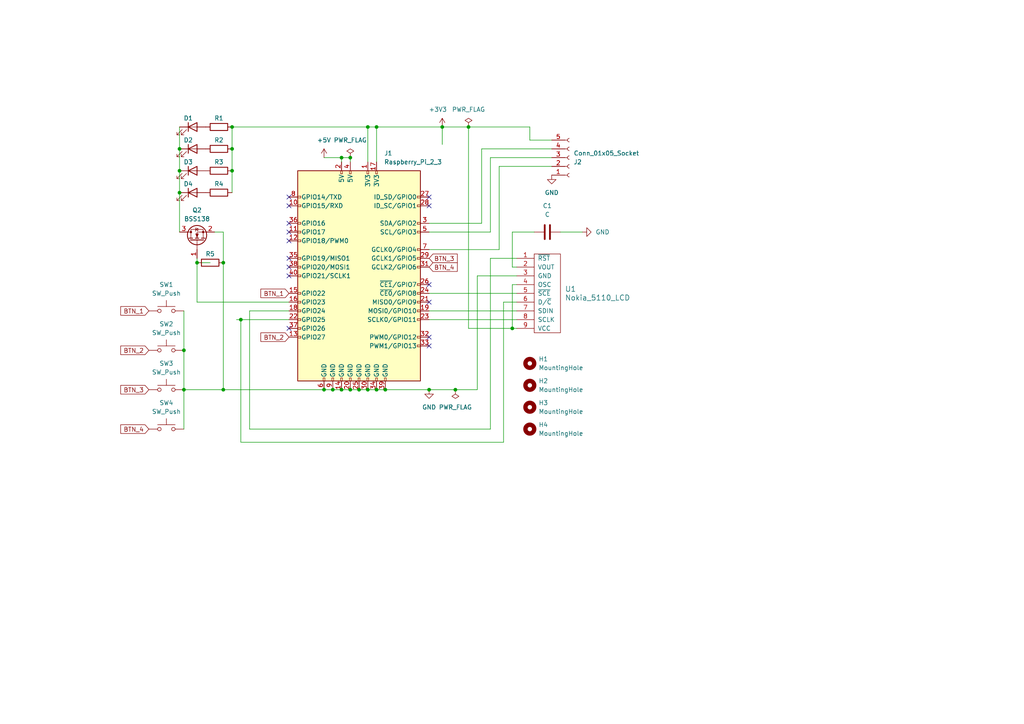
<source format=kicad_sch>
(kicad_sch (version 20231120) (generator "eeschema") (generator_version "8.0")
  (paper "A4")
  (lib_symbols
    (symbol "Connector:Conn_01x05_Socket" (pin_names (offset 1.016) hide)
      (property "Reference" "J" (at 0 7.62 0))
      (property "Value" "Conn_01x05_Socket" (at 0 -7.62 0))
      (symbol "Conn_01x05_Socket_1_1"
        (arc (start 0 -4.572) (mid -0.5058 -5.08) (end 0 -5.588) (stroke (width 0.1524)))
        (arc (start 0 -2.032) (mid -0.5058 -2.54) (end 0 -3.048) (stroke (width 0.1524)))
        (polyline (pts (xy -1.27 -5.08) (xy -0.508 -5.08)) (stroke (width 0.1524)))
        (polyline (pts (xy -1.27 -2.54) (xy -0.508 -2.54)) (stroke (width 0.1524)))
        (polyline (pts (xy -1.27 0) (xy -0.508 0)) (stroke (width 0.1524)))
        (polyline (pts (xy -1.27 2.54) (xy -0.508 2.54)) (stroke (width 0.1524)))
        (polyline (pts (xy -1.27 5.08) (xy -0.508 5.08)) (stroke (width 0.1524)))
        (arc (start 0 0.508) (mid -0.5058 0) (end 0 -0.508) (stroke (width 0.1524)))
        (arc (start 0 3.048) (mid -0.5058 2.54) (end 0 2.032) (stroke (width 0.1524)))
        (arc (start 0 5.588) (mid -0.5058 5.08) (end 0 4.572) (stroke (width 0.1524)))
        (pin passive line (at -5.08 5.08 0) (length 3.81) (name "Pin_1") (number "1"))
        (pin passive line (at -5.08 2.54 0) (length 3.81) (name "Pin_2") (number "2"))
        (pin passive line (at -5.08 0 0) (length 3.81) (name "Pin_3") (number "3"))
        (pin passive line (at -5.08 -2.54 0) (length 3.81) (name "Pin_4") (number "4"))
        (pin passive line (at -5.08 -5.08 0) (length 3.81) (name "Pin_5") (number "5"))
      )
    )
    (symbol "Connector:Raspberry_Pi_2_3" (pin_names (offset 1.016))
      (property "Reference" "J" (at -17.78 31.75 0))
      (property "Value" "Raspberry_Pi_2_3" (at 10.16 -31.75 0))
      (symbol "Raspberry_Pi_2_3_0_1"
        (rectangle (start -17.78 30.48) (end 17.78 -30.48) (stroke (width 0.254)) (fill (type background)))
      )
      (symbol "Raspberry_Pi_2_3_1_1"
        (rectangle (start -16.891 -17.526) (end -17.78 -18.034))
        (rectangle (start -16.891 -14.986) (end -17.78 -15.494))
        (rectangle (start -16.891 -12.446) (end -17.78 -12.954))
        (rectangle (start -16.891 -9.906) (end -17.78 -10.414))
        (rectangle (start -16.891 -7.366) (end -17.78 -7.874))
        (rectangle (start -16.891 -4.826) (end -17.78 -5.334))
        (rectangle (start -16.891 0.254) (end -17.78 -0.254))
        (rectangle (start -16.891 2.794) (end -17.78 2.286))
        (rectangle (start -16.891 5.334) (end -17.78 4.826))
        (rectangle (start -16.891 10.414) (end -17.78 9.906))
        (rectangle (start -16.891 12.954) (end -17.78 12.446))
        (rectangle (start -16.891 15.494) (end -17.78 14.986))
        (rectangle (start -16.891 20.574) (end -17.78 20.066))
        (rectangle (start -16.891 23.114) (end -17.78 22.606))
        (rectangle (start -10.414 -29.591) (end -9.906 -30.48))
        (rectangle (start -7.874 -29.591) (end -7.366 -30.48))
        (rectangle (start -5.334 -29.591) (end -4.826 -30.48))
        (rectangle (start -5.334 30.48) (end -4.826 29.591))
        (rectangle (start -2.794 -29.591) (end -2.286 -30.48))
        (rectangle (start -2.794 30.48) (end -2.286 29.591))
        (rectangle (start -0.254 -29.591) (end 0.254 -30.48))
        (rectangle (start 2.286 -29.591) (end 2.794 -30.48))
        (rectangle (start 2.286 30.48) (end 2.794 29.591))
        (rectangle (start 4.826 -29.591) (end 5.334 -30.48))
        (rectangle (start 4.826 30.48) (end 5.334 29.591))
        (rectangle (start 7.366 -29.591) (end 7.874 -30.48))
        (rectangle (start 17.78 -20.066) (end 16.891 -20.574))
        (rectangle (start 17.78 -17.526) (end 16.891 -18.034))
        (rectangle (start 17.78 -12.446) (end 16.891 -12.954))
        (rectangle (start 17.78 -9.906) (end 16.891 -10.414))
        (rectangle (start 17.78 -7.366) (end 16.891 -7.874))
        (rectangle (start 17.78 -4.826) (end 16.891 -5.334))
        (rectangle (start 17.78 -2.286) (end 16.891 -2.794))
        (rectangle (start 17.78 2.794) (end 16.891 2.286))
        (rectangle (start 17.78 5.334) (end 16.891 4.826))
        (rectangle (start 17.78 7.874) (end 16.891 7.366))
        (rectangle (start 17.78 12.954) (end 16.891 12.446))
        (rectangle (start 17.78 15.494) (end 16.891 14.986))
        (rectangle (start 17.78 20.574) (end 16.891 20.066))
        (rectangle (start 17.78 23.114) (end 16.891 22.606))
        (pin power_in line (at 2.54 33.02 270) (length 2.54) (name "3V3") (number "1"))
        (pin bidirectional line (at -20.32 20.32 0) (length 2.54) (name "GPIO15/RXD") (number "10"))
        (pin bidirectional line (at -20.32 12.7 0) (length 2.54) (name "GPIO17") (number "11"))
        (pin bidirectional line (at -20.32 10.16 0) (length 2.54) (name "GPIO18/PWM0") (number "12"))
        (pin bidirectional line (at -20.32 -17.78 0) (length 2.54) (name "GPIO27") (number "13"))
        (pin power_in line (at -5.08 -33.02 90) (length 2.54) (name "GND") (number "14"))
        (pin bidirectional line (at -20.32 -5.08 0) (length 2.54) (name "GPIO22") (number "15"))
        (pin bidirectional line (at -20.32 -7.62 0) (length 2.54) (name "GPIO23") (number "16"))
        (pin power_in line (at 5.08 33.02 270) (length 2.54) (name "3V3") (number "17"))
        (pin bidirectional line (at -20.32 -10.16 0) (length 2.54) (name "GPIO24") (number "18"))
        (pin bidirectional line (at 20.32 -10.16 180) (length 2.54) (name "MOSI0/GPIO10") (number "19"))
        (pin power_in line (at -5.08 33.02 270) (length 2.54) (name "5V") (number "2"))
        (pin power_in line (at -2.54 -33.02 90) (length 2.54) (name "GND") (number "20"))
        (pin bidirectional line (at 20.32 -7.62 180) (length 2.54) (name "MISO0/GPIO9") (number "21"))
        (pin bidirectional line (at -20.32 -12.7 0) (length 2.54) (name "GPIO25") (number "22"))
        (pin bidirectional line (at 20.32 -12.7 180) (length 2.54) (name "SCLK0/GPIO11") (number "23"))
        (pin bidirectional line (at 20.32 -5.08 180) (length 2.54) (name "~{CE0}/GPIO8") (number "24"))
        (pin power_in line (at 0 -33.02 90) (length 2.54) (name "GND") (number "25"))
        (pin bidirectional line (at 20.32 -2.54 180) (length 2.54) (name "~{CE1}/GPIO7") (number "26"))
        (pin bidirectional line (at 20.32 22.86 180) (length 2.54) (name "ID_SD/GPIO0") (number "27"))
        (pin bidirectional line (at 20.32 20.32 180) (length 2.54) (name "ID_SC/GPIO1") (number "28"))
        (pin bidirectional line (at 20.32 5.08 180) (length 2.54) (name "GCLK1/GPIO5") (number "29"))
        (pin bidirectional line (at 20.32 15.24 180) (length 2.54) (name "SDA/GPIO2") (number "3"))
        (pin power_in line (at 2.54 -33.02 90) (length 2.54) (name "GND") (number "30"))
        (pin bidirectional line (at 20.32 2.54 180) (length 2.54) (name "GCLK2/GPIO6") (number "31"))
        (pin bidirectional line (at 20.32 -17.78 180) (length 2.54) (name "PWM0/GPIO12") (number "32"))
        (pin bidirectional line (at 20.32 -20.32 180) (length 2.54) (name "PWM1/GPIO13") (number "33"))
        (pin power_in line (at 5.08 -33.02 90) (length 2.54) (name "GND") (number "34"))
        (pin bidirectional line (at -20.32 5.08 0) (length 2.54) (name "GPIO19/MISO1") (number "35"))
        (pin bidirectional line (at -20.32 15.24 0) (length 2.54) (name "GPIO16") (number "36"))
        (pin bidirectional line (at -20.32 -15.24 0) (length 2.54) (name "GPIO26") (number "37"))
        (pin bidirectional line (at -20.32 2.54 0) (length 2.54) (name "GPIO20/MOSI1") (number "38"))
        (pin power_in line (at 7.62 -33.02 90) (length 2.54) (name "GND") (number "39"))
        (pin power_in line (at -2.54 33.02 270) (length 2.54) (name "5V") (number "4"))
        (pin bidirectional line (at -20.32 0 0) (length 2.54) (name "GPIO21/SCLK1") (number "40"))
        (pin bidirectional line (at 20.32 12.7 180) (length 2.54) (name "SCL/GPIO3") (number "5"))
        (pin power_in line (at -10.16 -33.02 90) (length 2.54) (name "GND") (number "6"))
        (pin bidirectional line (at 20.32 7.62 180) (length 2.54) (name "GCLK0/GPIO4") (number "7"))
        (pin bidirectional line (at -20.32 22.86 0) (length 2.54) (name "GPIO14/TXD") (number "8"))
        (pin power_in line (at -7.62 -33.02 90) (length 2.54) (name "GND") (number "9"))
      )
    )
    (symbol "Device:C" (pin_numbers hide) (pin_names (offset 0.254))
      (property "Reference" "C" (at 0.635 2.54 0))
      (property "Value" "C" (at 0.635 -2.54 0))
      (symbol "C_0_1"
        (polyline (pts (xy -2.032 -0.762) (xy 2.032 -0.762)) (stroke (width 0.508)))
        (polyline (pts (xy -2.032 0.762) (xy 2.032 0.762)) (stroke (width 0.508)))
      )
      (symbol "C_1_1"
        (pin passive line (at 0 3.81 270) (length 2.794) (name "~") (number "1"))
        (pin passive line (at 0 -3.81 90) (length 2.794) (name "~") (number "2"))
      )
    )
    (symbol "Device:LED" (pin_numbers hide) (pin_names (offset 1.016) hide)
      (property "Reference" "D" (at 0 2.54 0))
      (property "Value" "LED" (at 0 -2.54 0))
      (symbol "LED_0_1"
        (polyline (pts (xy -1.27 -1.27) (xy -1.27 1.27)) (stroke (width 0.254)))
        (polyline (pts (xy -1.27 0) (xy 1.27 0)))
        (polyline (pts (xy 1.27 -1.27) (xy 1.27 1.27) (xy -1.27 0) (xy 1.27 -1.27)) (stroke (width 0.254)))
        (polyline (pts (xy -3.048 -0.762) (xy -4.572 -2.286) (xy -3.81 -2.286) (xy -4.572 -2.286) (xy -4.572 -1.524)))
        (polyline (pts (xy -1.778 -0.762) (xy -3.302 -2.286) (xy -2.54 -2.286) (xy -3.302 -2.286) (xy -3.302 -1.524)))
      )
      (symbol "LED_1_1"
        (pin passive line (at -3.81 0 0) (length 2.54) (name "K") (number "1"))
        (pin passive line (at 3.81 0 180) (length 2.54) (name "A") (number "2"))
      )
    )
    (symbol "Device:R" (pin_numbers hide) (pin_names (offset 0))
      (property "Reference" "R" (at 2.032 0 90))
      (property "Value" "R" (at 0 0 90))
      (symbol "R_0_1"
        (rectangle (start -1.016 -2.54) (end 1.016 2.54) (stroke (width 0.254)))
      )
      (symbol "R_1_1"
        (pin passive line (at 0 3.81 270) (length 1.27) (name "~") (number "1"))
        (pin passive line (at 0 -3.81 90) (length 1.27) (name "~") (number "2"))
      )
    )
    (symbol "Display_Graphic:Nokia_5110_LCD" (pin_names (offset 1.016))
      (property "Reference" "U" (at 0 -13.97 0))
      (property "Value" "Nokia_5110_LCD" (at 6.35 0 90))
      (symbol "Nokia_5110_LCD_0_1"
        (rectangle (start -3.81 11.43) (end 3.81 -11.43))
      )
      (symbol "Nokia_5110_LCD_1_1"
        (pin passive line (at -8.89 10.16 0) (length 5.08) (name "~{RST}") (number "1"))
        (pin passive line (at -8.89 7.62 0) (length 5.08) (name "VOUT") (number "2"))
        (pin power_in line (at -8.89 5.08 0) (length 5.08) (name "GND") (number "3"))
        (pin passive line (at -8.89 2.54 0) (length 5.08) (name "OSC") (number "4"))
        (pin passive line (at -8.89 0 0) (length 5.08) (name "~{SCE}") (number "5"))
        (pin passive line (at -8.89 -2.54 0) (length 5.08) (name "D/~{C}") (number "6"))
        (pin passive line (at -8.89 -5.08 0) (length 5.08) (name "SDIN") (number "7"))
        (pin passive line (at -8.89 -7.62 0) (length 5.08) (name "SCLK") (number "8"))
        (pin power_in line (at -8.89 -10.16 0) (length 5.08) (name "VCC") (number "9"))
      )
    )
    (symbol "GND_1" (power) (pin_numbers hide) (pin_names (offset 0) hide)
      (property "Value" "GND" (at 0 -3.81 0))
      (symbol "GND_1_0_1"
        (polyline (pts (xy 0 0) (xy 0 -1.27) (xy 1.27 -1.27) (xy 0 -2.54) (xy -1.27 -1.27) (xy 0 -1.27)))
      )
      (symbol "GND_1_1_1"
        (pin power_in line (at 0 0 270) (length 0) (name "~") (number "1"))
      )
    )
    (symbol "Mechanical:MountingHole" (pin_names (offset 1.016))
      (property "Reference" "H" (at 0 5.08 0))
      (property "Value" "MountingHole" (at 0 3.175 0))
      (symbol "MountingHole_0_1"
        (circle (center 0 0) (radius 1.27) (stroke (width 1.27)))
      )
    )
    (symbol "Switch:SW_Push" (pin_numbers hide) (pin_names (offset 1.016) hide)
      (property "Reference" "SW" (at 1.27 2.54 0))
      (property "Value" "SW_Push" (at 0 -1.524 0))
      (symbol "SW_Push_0_1"
        (circle (center -2.032 0) (radius 0.508))
        (polyline (pts (xy 0 1.27) (xy 0 3.048)))
        (polyline (pts (xy 2.54 1.27) (xy -2.54 1.27)))
        (circle (center 2.032 0) (radius 0.508))
        (pin passive line (at -5.08 0 0) (length 2.54) (name "1") (number "1"))
        (pin passive line (at 5.08 0 180) (length 2.54) (name "2") (number "2"))
      )
    )
    (symbol "Transistor_FET:BSS138" (pin_names hide)
      (property "Reference" "Q" (at 5.08 1.905 0))
      (property "Value" "BSS138" (at 5.08 0 0))
      (symbol "BSS138_0_1"
        (polyline (pts (xy 0.254 0) (xy -2.54 0)))
        (polyline (pts (xy 0.254 1.905) (xy 0.254 -1.905)) (stroke (width 0.254)))
        (polyline (pts (xy 0.762 -1.27) (xy 0.762 -2.286)) (stroke (width 0.254)))
        (polyline (pts (xy 0.762 0.508) (xy 0.762 -0.508)) (stroke (width 0.254)))
        (polyline (pts (xy 0.762 2.286) (xy 0.762 1.27)) (stroke (width 0.254)))
        (polyline (pts (xy 2.54 2.54) (xy 2.54 1.778)))
        (polyline (pts (xy 2.54 -2.54) (xy 2.54 0) (xy 0.762 0)))
        (polyline (pts (xy 0.762 -1.778) (xy 3.302 -1.778) (xy 3.302 1.778) (xy 0.762 1.778)))
        (polyline (pts (xy 1.016 0) (xy 2.032 0.381) (xy 2.032 -0.381) (xy 1.016 0)) (fill (type outline)))
        (polyline (pts (xy 2.794 0.508) (xy 2.921 0.381) (xy 3.683 0.381) (xy 3.81 0.254)))
        (polyline (pts (xy 3.302 0.381) (xy 2.921 -0.254) (xy 3.683 -0.254) (xy 3.302 0.381)))
        (circle (center 1.651 0) (radius 2.794) (stroke (width 0.254)))
        (circle (center 2.54 -1.778) (radius 0.254) (fill (type outline)))
        (circle (center 2.54 1.778) (radius 0.254) (fill (type outline)))
      )
      (symbol "BSS138_1_1"
        (pin input line (at -5.08 0 0) (length 2.54) (name "G") (number "1"))
        (pin passive line (at 2.54 -5.08 90) (length 2.54) (name "S") (number "2"))
        (pin passive line (at 2.54 5.08 270) (length 2.54) (name "D") (number "3"))
      )
    )
    (symbol "power:+3V3" (power) (pin_names (offset 0))
      (property "Value" "+3V3" (at 0 3.556 0))
      (symbol "+3V3_0_1"
        (polyline (pts (xy -0.762 1.27) (xy 0 2.54)))
        (polyline (pts (xy 0 0) (xy 0 2.54)))
        (polyline (pts (xy 0 2.54) (xy 0.762 1.27)))
      )
      (symbol "+3V3_1_1"
        (pin power_in line (at 0 0 90) (length 0) hide (name "+3V3") (number "1"))
      )
    )
    (symbol "power:+5V" (power) (pin_names (offset 0))
      (property "Value" "+5V" (at 0 3.556 0))
      (symbol "+5V_0_1"
        (polyline (pts (xy -0.762 1.27) (xy 0 2.54)))
        (polyline (pts (xy 0 0) (xy 0 2.54)))
        (polyline (pts (xy 0 2.54) (xy 0.762 1.27)))
      )
      (symbol "+5V_1_1"
        (pin power_in line (at 0 0 90) (length 0) hide (name "+5V") (number "1"))
      )
    )
    (symbol "power:GND" (power) (pin_names (offset 0))
      (property "Value" "GND" (at 0 -3.81 0))
      (symbol "GND_0_1"
        (polyline (pts (xy 0 0) (xy 0 -1.27) (xy 1.27 -1.27) (xy 0 -2.54) (xy -1.27 -1.27) (xy 0 -1.27)))
      )
      (symbol "GND_1_1"
        (pin power_in line (at 0 0 270) (length 0) hide (name "GND") (number "1"))
      )
    )
    (symbol "power:PWR_FLAG" (power) (pin_numbers hide) (pin_names (offset 0) hide)
      (property "Value" "PWR_FLAG" (at 0 3.81 0))
      (symbol "PWR_FLAG_0_0"
        (pin power_out line (at 0 0 90) (length 0) (name "pwr") (number "1"))
      )
      (symbol "PWR_FLAG_0_1"
        (polyline (pts (xy 0 0) (xy 0 1.27) (xy -1.016 1.905) (xy 0 2.54) (xy 1.016 1.905) (xy 0 1.27)))
      )
    )
  )
  (junction (at 52.07 49.53))
  (junction (at 101.6 113.03))
  (junction (at 106.68 36.83))
  (junction (at 64.77 76.2))
  (junction (at 128.27 36.83))
  (junction (at 99.06 45.72))
  (junction (at 52.07 55.88))
  (junction (at 64.77 113.03))
  (junction (at 67.31 36.83))
  (junction (at 109.22 36.83))
  (junction (at 69.85 92.71))
  (junction (at 106.68 113.03))
  (junction (at 53.34 113.03))
  (junction (at 96.52 113.03))
  (junction (at 104.14 113.03))
  (junction (at 57.15 76.2))
  (junction (at 99.06 113.03))
  (junction (at 132.08 113.03))
  (junction (at 148.59 95.25))
  (junction (at 111.76 113.03))
  (junction (at 52.07 43.18))
  (junction (at 109.22 113.03))
  (junction (at 93.98 113.03))
  (junction (at 67.31 43.18))
  (junction (at 135.89 36.83))
  (junction (at 53.34 101.6))
  (junction (at 124.46 113.03))
  (junction (at 101.6 45.72))
  (junction (at 67.31 49.53))
  (no_connect (at 83.82 59.69))
  (no_connect (at 124.46 82.55))
  (no_connect (at 124.46 59.69))
  (no_connect (at 124.46 87.63))
  (no_connect (at 124.46 97.79))
  (no_connect (at 83.82 95.25))
  (no_connect (at 83.82 80.01))
  (no_connect (at 83.82 69.85))
  (no_connect (at 83.82 57.15))
  (no_connect (at 83.82 74.93))
  (no_connect (at 124.46 100.33))
  (no_connect (at 83.82 77.47))
  (no_connect (at 83.82 64.77))
  (no_connect (at 124.46 57.15))
  (no_connect (at 83.82 67.31))
  (wire (pts (xy 149.86 77.47) (xy 148.59 77.47)))
  (wire (pts (xy 52.07 43.18) (xy 52.07 49.53)))
  (wire (pts (xy 106.68 113.03) (xy 109.22 113.03)))
  (wire (pts (xy 138.43 113.03) (xy 138.43 80.01)))
  (wire (pts (xy 128.27 36.83) (xy 135.89 36.83)))
  (wire (pts (xy 135.89 36.83) (xy 153.67 36.83)))
  (wire (pts (xy 146.05 87.63) (xy 149.86 87.63)))
  (wire (pts (xy 124.46 85.09) (xy 149.86 85.09)))
  (wire (pts (xy 68.58 92.71) (xy 69.85 92.71)))
  (wire (pts (xy 124.46 67.31) (xy 142.24 67.31)))
  (wire (pts (xy 111.76 113.03) (xy 124.46 113.03)))
  (wire (pts (xy 153.67 40.64) (xy 160.02 40.64)))
  (wire (pts (xy 67.31 36.83) (xy 67.31 43.18)))
  (wire (pts (xy 52.07 36.83) (xy 52.07 43.18)))
  (wire (pts (xy 57.15 87.63) (xy 83.82 87.63)))
  (wire (pts (xy 96.52 113.03) (xy 99.06 113.03)))
  (wire (pts (xy 57.15 74.93) (xy 57.15 76.2)))
  (wire (pts (xy 52.07 49.53) (xy 52.07 55.88)))
  (wire (pts (xy 124.46 113.03) (xy 132.08 113.03)))
  (wire (pts (xy 144.78 48.26) (xy 144.78 72.39)))
  (wire (pts (xy 69.85 128.27) (xy 146.05 128.27)))
  (wire (pts (xy 109.22 113.03) (xy 111.76 113.03)))
  (wire (pts (xy 148.59 82.55) (xy 148.59 95.25)))
  (wire (pts (xy 99.06 45.72) (xy 101.6 45.72)))
  (wire (pts (xy 53.34 90.17) (xy 53.34 101.6)))
  (wire (pts (xy 57.15 76.2) (xy 60.96 76.2)))
  (wire (pts (xy 101.6 45.72) (xy 101.6 46.99)))
  (wire (pts (xy 148.59 67.31) (xy 154.94 67.31)))
  (wire (pts (xy 144.78 72.39) (xy 124.46 72.39)))
  (wire (pts (xy 138.43 80.01) (xy 149.86 80.01)))
  (wire (pts (xy 67.31 49.53) (xy 67.31 55.88)))
  (wire (pts (xy 148.59 77.47) (xy 148.59 67.31)))
  (wire (pts (xy 139.7 43.18) (xy 160.02 43.18)))
  (wire (pts (xy 153.67 40.64) (xy 153.67 36.83)))
  (wire (pts (xy 109.22 36.83) (xy 106.68 36.83)))
  (wire (pts (xy 93.98 113.03) (xy 96.52 113.03)))
  (wire (pts (xy 53.34 113.03) (xy 53.34 124.46)))
  (wire (pts (xy 106.68 36.83) (xy 106.68 46.99)))
  (wire (pts (xy 135.89 36.83) (xy 135.89 95.25)))
  (wire (pts (xy 52.07 55.88) (xy 52.07 67.31)))
  (wire (pts (xy 142.24 45.72) (xy 142.24 67.31)))
  (wire (pts (xy 99.06 45.72) (xy 99.06 46.99)))
  (wire (pts (xy 69.85 128.27) (xy 69.85 92.71)))
  (wire (pts (xy 64.77 76.2) (xy 64.77 113.03)))
  (wire (pts (xy 146.05 87.63) (xy 146.05 128.27)))
  (wire (pts (xy 62.23 67.31) (xy 64.77 67.31)))
  (wire (pts (xy 135.89 95.25) (xy 148.59 95.25)))
  (wire (pts (xy 69.85 92.71) (xy 83.82 92.71)))
  (wire (pts (xy 142.24 45.72) (xy 160.02 45.72)))
  (wire (pts (xy 93.98 45.72) (xy 99.06 45.72)))
  (wire (pts (xy 109.22 36.83) (xy 128.27 36.83)))
  (wire (pts (xy 162.56 67.31) (xy 168.91 67.31)))
  (wire (pts (xy 132.08 113.03) (xy 138.43 113.03)))
  (wire (pts (xy 57.15 76.2) (xy 57.15 87.63)))
  (wire (pts (xy 72.39 90.17) (xy 83.82 90.17)))
  (wire (pts (xy 99.06 113.03) (xy 101.6 113.03)))
  (wire (pts (xy 72.39 124.46) (xy 72.39 90.17)))
  (wire (pts (xy 144.78 48.26) (xy 160.02 48.26)))
  (wire (pts (xy 72.39 124.46) (xy 142.24 124.46)))
  (wire (pts (xy 109.22 36.83) (xy 109.22 46.99)))
  (wire (pts (xy 53.34 113.03) (xy 64.77 113.03)))
  (wire (pts (xy 101.6 113.03) (xy 104.14 113.03)))
  (wire (pts (xy 124.46 64.77) (xy 139.7 64.77)))
  (wire (pts (xy 64.77 113.03) (xy 93.98 113.03)))
  (wire (pts (xy 53.34 101.6) (xy 53.34 113.03)))
  (wire (pts (xy 149.86 82.55) (xy 148.59 82.55)))
  (wire (pts (xy 124.46 92.71) (xy 149.86 92.71)))
  (wire (pts (xy 128.27 36.83) (xy 128.27 41.91)))
  (wire (pts (xy 148.59 95.25) (xy 149.86 95.25)))
  (wire (pts (xy 142.24 74.93) (xy 142.24 124.46)))
  (wire (pts (xy 67.31 36.83) (xy 106.68 36.83)))
  (wire (pts (xy 124.46 90.17) (xy 149.86 90.17)))
  (wire (pts (xy 139.7 43.18) (xy 139.7 64.77)))
  (wire (pts (xy 64.77 67.31) (xy 64.77 76.2)))
  (wire (pts (xy 149.86 74.93) (xy 142.24 74.93)))
  (wire (pts (xy 67.31 43.18) (xy 67.31 49.53)))
  (wire (pts (xy 104.14 113.03) (xy 106.68 113.03)))
  (global_label "BTN_2" (shape input) (at 43.18 101.6 180) (property "Intersheetrefs" "${INTERSHEET_REFS}" (effects (hide yes))))
  (global_label "BTN_4" (shape input) (at 124.46 77.47 0) (property "Intersheetrefs" "${INTERSHEET_REFS}" (effects (hide yes))))
  (global_label "BTN_1" (shape input) (at 43.18 90.17 180) (property "Intersheetrefs" "${INTERSHEET_REFS}" (effects (hide yes))))
  (global_label "BTN_3" (shape input) (at 43.18 113.03 180) (property "Intersheetrefs" "${INTERSHEET_REFS}" (effects (hide yes))))
  (global_label "BTN_2" (shape input) (at 83.82 97.79 180) (property "Intersheetrefs" "${INTERSHEET_REFS}" (effects (hide yes))))
  (global_label "BTN_3" (shape input) (at 124.46 74.93 0) (property "Intersheetrefs" "${INTERSHEET_REFS}" (effects (hide yes))))
  (global_label "BTN_1" (shape input) (at 83.82 85.09 180) (property "Intersheetrefs" "${INTERSHEET_REFS}" (effects (hide yes))))
  (global_label "BTN_4" (shape input) (at 43.18 124.46 180) (property "Intersheetrefs" "${INTERSHEET_REFS}" (effects (hide yes))))
  (symbol (lib_id "Connector:Conn_01x05_Socket") (at 165.1 45.72 0) (mirror x) (unit 1)
    (property "Reference" "J2" (at 166.37 46.9901 0) (effects (justify left)))
    (property "Value" "Conn_01x05_Socket" (at 166.37 44.4501 0) (effects (justify left)))
    (property "Footprint" "Connector_PinHeader_2.54mm:PinHeader_1x05_P2.54mm_Horizontal" (effects (hide yes)))
    (property "Description" "Generic connector, single row, 01x05, script generated" (effects (hide yes)))
  )
  (symbol (lib_id "Switch:SW_Push") (at 48.26 124.46 0) (unit 1)
    (property "Reference" "SW4" (at 48.26 116.84 0))
    (property "Value" "SW_Push" (at 48.26 119.38 0))
    (property "Footprint" "Button_Switch_SMD:SW_SPST_PTS810" (effects (hide yes)))
    (property "Description" "Push button switch, generic, two pins" (effects (hide yes)))
  )
  (symbol (lib_id "power:PWR_FLAG") (at 101.6 45.72 0) (unit 1)
    (property "Reference" "#FLG01" (effects (hide yes)))
    (property "Value" "PWR_FLAG" (at 101.6 40.64 0))
  )
  (symbol (lib_id "power:+5V") (at 93.98 45.72 0) (unit 1)
    (property "Reference" "#PWR01" (effects (hide yes)))
    (property "Value" "+5V" (at 93.98 40.64 0))
  )
  (symbol (lib_id "Device:LED") (at 55.88 49.53 0) (unit 1)
    (property "Reference" "D3" (at 54.61 46.99 0))
    (property "Value" "LED" (effects (hide yes)))
    (property "Footprint" "LED_SMD:LED_0805_2012Metric_Pad1.15x1.40mm_HandSolder" (effects (hide yes)))
  )
  (symbol (lib_id "Switch:SW_Push") (at 48.26 101.6 0) (unit 1)
    (property "Reference" "SW2" (at 48.26 93.98 0))
    (property "Value" "SW_Push" (at 48.26 96.52 0))
    (property "Footprint" "Button_Switch_SMD:SW_SPST_PTS810" (effects (hide yes)))
    (property "Description" "Push button switch, generic, two pins" (effects (hide yes)))
  )
  (symbol (lib_id "Device:R") (at 63.5 36.83 90) (unit 1)
    (property "Reference" "R1" (at 63.5 34.29 90))
    (property "Value" "R" (effects (hide yes)))
    (property "Footprint" "Resistor_SMD:R_0805_2012Metric_Pad1.20x1.40mm_HandSolder" (effects (hide yes)))
  )
  (symbol (lib_id "Switch:SW_Push") (at 48.26 90.17 0) (unit 1)
    (property "Reference" "SW1" (at 48.26 82.55 0))
    (property "Value" "SW_Push" (at 48.26 85.09 0))
    (property "Footprint" "Button_Switch_SMD:SW_SPST_PTS810" (effects (hide yes)))
    (property "Description" "Push button switch, generic, two pins" (effects (hide yes)))
  )
  (symbol (lib_id "Device:R") (at 63.5 43.18 90) (unit 1)
    (property "Reference" "R2" (at 63.5 40.64 90))
    (property "Value" "R" (effects (hide yes)))
    (property "Footprint" "Resistor_SMD:R_0805_2012Metric_Pad1.20x1.40mm_HandSolder" (effects (hide yes)))
  )
  (symbol (lib_id "Transistor_FET:BSS138") (at 57.15 69.85 90) (unit 1)
    (property "Reference" "Q2" (at 57.15 60.96 90))
    (property "Value" "BSS138" (at 57.15 63.5 90))
    (property "Footprint" "Package_TO_SOT_SMD:SOT-23" (effects (hide yes)))
    (property "Datasheet" "https://www.onsemi.com/pub/Collateral/BSS138-D.PDF" (effects (hide yes)))
  )
  (symbol (lib_id "Device:R") (at 63.5 55.88 90) (unit 1)
    (property "Reference" "R4" (at 63.5 53.34 90))
    (property "Value" "R" (effects (hide yes)))
    (property "Footprint" "Resistor_SMD:R_0805_2012Metric_Pad1.20x1.40mm_HandSolder" (effects (hide yes)))
  )
  (symbol (lib_id "power:GND") (at 168.91 67.31 90) (unit 1)
    (property "Reference" "#PWR04" (effects (hide yes)))
    (property "Value" "GND" (at 172.72 67.31 90) (effects (justify right)))
  )
  (symbol (lib_id "power:+3V3") (at 128.27 36.83 0) (unit 1)
    (property "Reference" "#PWR02" (effects (hide yes)))
    (property "Value" "+3V3" (at 127 31.75 0))
  )
  (symbol (lib_id "Switch:SW_Push") (at 48.26 113.03 0) (unit 1)
    (property "Reference" "SW3" (at 48.26 105.41 0))
    (property "Value" "SW_Push" (at 48.26 107.95 0))
    (property "Footprint" "Button_Switch_SMD:SW_SPST_PTS810" (effects (hide yes)))
    (property "Description" "Push button switch, generic, two pins" (effects (hide yes)))
  )
  (symbol (lib_id "Mechanical:MountingHole") (at 153.67 124.46 0) (unit 1)
    (property "Reference" "H4" (at 156.21 123.19 0) (effects (justify left)))
    (property "Value" "MountingHole" (at 156.21 125.73 0) (effects (justify left)))
    (property "Footprint" "MountingHole:MountingHole_2.7mm_M2.5_uHAT_RPi" (effects (hide yes)))
  )
  (symbol (lib_id "Mechanical:MountingHole") (at 153.67 111.76 0) (unit 1)
    (property "Reference" "H2" (at 156.21 110.49 0) (effects (justify left)))
    (property "Value" "MountingHole" (at 156.21 113.03 0) (effects (justify left)))
    (property "Footprint" "MountingHole:MountingHole_2.7mm_M2.5_uHAT_RPi" (effects (hide yes)))
  )
  (symbol (lib_id "Device:C") (at 158.75 67.31 90) (unit 1)
    (property "Reference" "C1" (at 158.75 59.69 90))
    (property "Value" "C" (at 158.75 62.23 90))
    (property "Footprint" "Capacitor_SMD:C_0805_2012Metric_Pad1.18x1.45mm_HandSolder" (effects (hide yes)))
  )
  (symbol (lib_id "Connector:Raspberry_Pi_2_3") (at 104.14 80.01 0) (unit 1)
    (property "Reference" "J1" (at 111.4141 44.45 0) (effects (justify left)))
    (property "Value" "Raspberry_Pi_2_3" (at 111.4141 46.99 0) (effects (justify left)))
    (property "Footprint" "Connector_PinSocket_2.54mm:PinSocket_2x20_P2.54mm_Vertical_Centered_Anchor" (effects (hide yes)))
    (property "Datasheet" "https://www.raspberrypi.org/documentation/hardware/raspberrypi/schematics/rpi_SCH_3bplus_1p0_reduced.pdf" (effects (hide yes)))
  )
  (symbol (lib_id "Device:LED") (at 55.88 55.88 0) (unit 1)
    (property "Reference" "D4" (at 54.61 53.34 0))
    (property "Value" "LED" (effects (hide yes)))
    (property "Footprint" "LED_SMD:LED_0805_2012Metric_Pad1.15x1.40mm_HandSolder" (effects (hide yes)))
  )
  (symbol (lib_id "power:GND") (at 124.46 113.03 0) (unit 1)
    (property "Reference" "#PWR03" (effects (hide yes)))
    (property "Value" "GND" (at 124.46 118.11 0))
  )
  (symbol (lib_id "power:PWR_FLAG") (at 132.08 113.03 180) (unit 1)
    (property "Reference" "#FLG03" (effects (hide yes)))
    (property "Value" "PWR_FLAG" (at 132.08 118.11 0))
  )
  (symbol (lib_id "Mechanical:MountingHole") (at 153.67 118.11 0) (unit 1)
    (property "Reference" "H3" (at 156.21 116.84 0) (effects (justify left)))
    (property "Value" "MountingHole" (at 156.21 119.38 0) (effects (justify left)))
    (property "Footprint" "MountingHole:MountingHole_2.7mm_M2.5_uHAT_RPi" (effects (hide yes)))
  )
  (symbol (lib_id "Display_Graphic:Nokia_5110_LCD") (at 158.75 85.09 0) (unit 1)
    (property "Reference" "U1" (at 163.83 83.82 0) (effects (font (size 1.524 1.524)) (justify left)))
    (property "Value" "Nokia_5110_LCD" (at 163.83 86.36 0) (effects (font (size 1.524 1.524)) (justify left)))
    (property "Footprint" "Display:Nokia_5110-3310_LCD" (effects (hide yes)))
  )
  (symbol (lib_id "Mechanical:MountingHole") (at 153.67 105.41 0) (unit 1)
    (property "Reference" "H1" (at 156.21 104.14 0) (effects (justify left)))
    (property "Value" "MountingHole" (at 156.21 106.68 0) (effects (justify left)))
    (property "Footprint" "MountingHole:MountingHole_2.7mm_M2.5_uHAT_RPi" (effects (hide yes)))
  )
  (symbol (lib_id "Device:R") (at 60.96 76.2 90) (unit 1)
    (property "Reference" "R5" (at 60.96 73.66 90))
    (property "Value" "R" (effects (hide yes)))
    (property "Footprint" "Resistor_SMD:R_0805_2012Metric_Pad1.20x1.40mm_HandSolder" (effects (hide yes)))
  )
  (symbol (lib_id "power:PWR_FLAG") (at 135.89 36.83 0) (unit 1)
    (property "Reference" "#FLG02" (effects (hide yes)))
    (property "Value" "PWR_FLAG" (at 135.89 31.75 0))
  )
  (symbol (lib_id "Device:LED") (at 55.88 36.83 0) (unit 1)
    (property "Reference" "D1" (at 54.61 34.29 0))
    (property "Value" "LED" (effects (hide yes)))
    (property "Footprint" "LED_SMD:LED_0805_2012Metric_Pad1.15x1.40mm_HandSolder" (effects (hide yes)))
  )
  (symbol (lib_name "GND_1") (lib_id "power:GND") (at 160.02 50.8 0) (unit 1)
    (property "Reference" "#PWR05" (effects (hide yes)))
    (property "Value" "GND" (at 160.02 55.88 0))
    (property "Description" "Power symbol creates a global label with name \"GND\" , ground" (effects (hide yes)))
  )
  (symbol (lib_id "Device:R") (at 63.5 49.53 90) (unit 1)
    (property "Reference" "R3" (at 63.5 46.99 90))
    (property "Value" "R" (effects (hide yes)))
    (property "Footprint" "Resistor_SMD:R_0805_2012Metric_Pad1.20x1.40mm_HandSolder" (effects (hide yes)))
  )
  (symbol (lib_id "Device:LED") (at 55.88 43.18 0) (unit 1)
    (property "Reference" "D2" (at 54.61 40.64 0))
    (property "Value" "LED" (effects (hide yes)))
    (property "Footprint" "LED_SMD:LED_0805_2012Metric_Pad1.15x1.40mm_HandSolder" (effects (hide yes)))
  )
)
</source>
